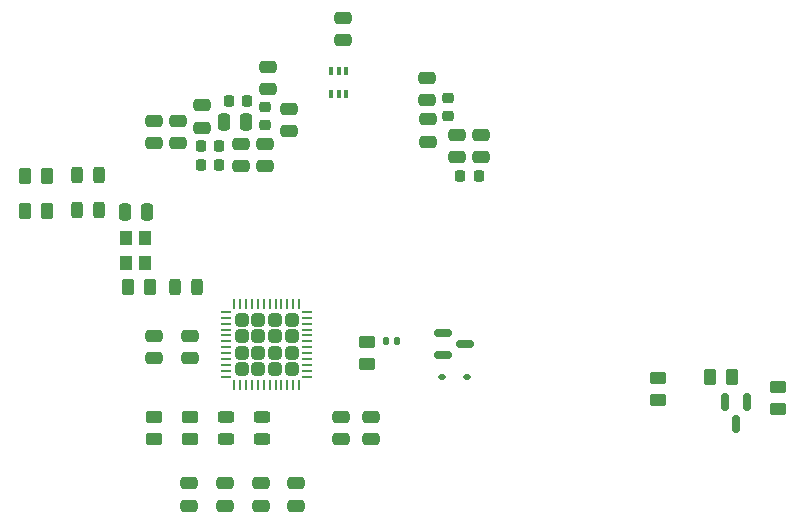
<source format=gbr>
%TF.GenerationSoftware,KiCad,Pcbnew,9.0.0*%
%TF.CreationDate,2025-10-06T21:58:36+02:00*%
%TF.ProjectId,stm32_radio,73746d33-325f-4726-9164-696f2e6b6963,rev?*%
%TF.SameCoordinates,Original*%
%TF.FileFunction,Paste,Top*%
%TF.FilePolarity,Positive*%
%FSLAX46Y46*%
G04 Gerber Fmt 4.6, Leading zero omitted, Abs format (unit mm)*
G04 Created by KiCad (PCBNEW 9.0.0) date 2025-10-06 21:58:36*
%MOMM*%
%LPD*%
G01*
G04 APERTURE LIST*
G04 Aperture macros list*
%AMRoundRect*
0 Rectangle with rounded corners*
0 $1 Rounding radius*
0 $2 $3 $4 $5 $6 $7 $8 $9 X,Y pos of 4 corners*
0 Add a 4 corners polygon primitive as box body*
4,1,4,$2,$3,$4,$5,$6,$7,$8,$9,$2,$3,0*
0 Add four circle primitives for the rounded corners*
1,1,$1+$1,$2,$3*
1,1,$1+$1,$4,$5*
1,1,$1+$1,$6,$7*
1,1,$1+$1,$8,$9*
0 Add four rect primitives between the rounded corners*
20,1,$1+$1,$2,$3,$4,$5,0*
20,1,$1+$1,$4,$5,$6,$7,0*
20,1,$1+$1,$6,$7,$8,$9,0*
20,1,$1+$1,$8,$9,$2,$3,0*%
G04 Aperture macros list end*
%ADD10RoundRect,0.250000X0.250000X0.475000X-0.250000X0.475000X-0.250000X-0.475000X0.250000X-0.475000X0*%
%ADD11RoundRect,0.150000X-0.150000X0.587500X-0.150000X-0.587500X0.150000X-0.587500X0.150000X0.587500X0*%
%ADD12RoundRect,0.250000X-0.262500X-0.450000X0.262500X-0.450000X0.262500X0.450000X-0.262500X0.450000X0*%
%ADD13RoundRect,0.250000X0.475000X-0.250000X0.475000X0.250000X-0.475000X0.250000X-0.475000X-0.250000X0*%
%ADD14RoundRect,0.250000X-0.475000X0.250000X-0.475000X-0.250000X0.475000X-0.250000X0.475000X0.250000X0*%
%ADD15RoundRect,0.250000X0.450000X-0.262500X0.450000X0.262500X-0.450000X0.262500X-0.450000X-0.262500X0*%
%ADD16RoundRect,0.250000X0.262500X0.450000X-0.262500X0.450000X-0.262500X-0.450000X0.262500X-0.450000X0*%
%ADD17RoundRect,0.243750X0.456250X-0.243750X0.456250X0.243750X-0.456250X0.243750X-0.456250X-0.243750X0*%
%ADD18RoundRect,0.243750X-0.243750X-0.456250X0.243750X-0.456250X0.243750X0.456250X-0.243750X0.456250X0*%
%ADD19RoundRect,0.112500X0.187500X0.112500X-0.187500X0.112500X-0.187500X-0.112500X0.187500X-0.112500X0*%
%ADD20RoundRect,0.250000X0.315000X-0.315000X0.315000X0.315000X-0.315000X0.315000X-0.315000X-0.315000X0*%
%ADD21RoundRect,0.062500X0.062500X-0.375000X0.062500X0.375000X-0.062500X0.375000X-0.062500X-0.375000X0*%
%ADD22RoundRect,0.062500X0.375000X-0.062500X0.375000X0.062500X-0.375000X0.062500X-0.375000X-0.062500X0*%
%ADD23RoundRect,0.250000X-0.250000X-0.475000X0.250000X-0.475000X0.250000X0.475000X-0.250000X0.475000X0*%
%ADD24RoundRect,0.218750X0.218750X0.256250X-0.218750X0.256250X-0.218750X-0.256250X0.218750X-0.256250X0*%
%ADD25RoundRect,0.140000X0.140000X0.170000X-0.140000X0.170000X-0.140000X-0.170000X0.140000X-0.170000X0*%
%ADD26R,1.100000X1.300000*%
%ADD27RoundRect,0.218750X0.256250X-0.218750X0.256250X0.218750X-0.256250X0.218750X-0.256250X-0.218750X0*%
%ADD28RoundRect,0.150000X-0.587500X-0.150000X0.587500X-0.150000X0.587500X0.150000X-0.587500X0.150000X0*%
%ADD29RoundRect,0.100000X0.100000X-0.225000X0.100000X0.225000X-0.100000X0.225000X-0.100000X-0.225000X0*%
%ADD30RoundRect,0.218750X-0.218750X-0.256250X0.218750X-0.256250X0.218750X0.256250X-0.218750X0.256250X0*%
G04 APERTURE END LIST*
D10*
%TO.C,C2*%
X128204000Y-72898000D03*
X126304000Y-72898000D03*
%TD*%
D11*
%TO.C,Q4*%
X179004000Y-88978500D03*
X177104000Y-88978500D03*
X178054000Y-90853500D03*
%TD*%
D12*
%TO.C,R12*%
X175871500Y-86868000D03*
X177696500Y-86868000D03*
%TD*%
D13*
%TO.C,C13*%
X138176000Y-69022000D03*
X138176000Y-67122000D03*
%TD*%
D14*
%TO.C,C24*%
X140208000Y-64140000D03*
X140208000Y-66040000D03*
%TD*%
D15*
%TO.C,R2*%
X128778000Y-92105500D03*
X128778000Y-90280500D03*
%TD*%
D13*
%TO.C,C15*%
X128778000Y-67072500D03*
X128778000Y-65172500D03*
%TD*%
%TO.C,C16*%
X136144000Y-69022000D03*
X136144000Y-67122000D03*
%TD*%
%TO.C,C14*%
X154432000Y-68260000D03*
X154432000Y-66360000D03*
%TD*%
D16*
%TO.C,R6*%
X119681000Y-69850000D03*
X117856000Y-69850000D03*
%TD*%
D17*
%TO.C,D3*%
X134874000Y-92114500D03*
X134874000Y-90239500D03*
%TD*%
D15*
%TO.C,R3*%
X131826000Y-92073500D03*
X131826000Y-90248500D03*
%TD*%
D18*
%TO.C,D4*%
X130556000Y-79248000D03*
X132431000Y-79248000D03*
%TD*%
D15*
%TO.C,R10*%
X171450000Y-88796500D03*
X171450000Y-86971500D03*
%TD*%
D14*
%TO.C,C17*%
X156464000Y-66360000D03*
X156464000Y-68260000D03*
%TD*%
D19*
%TO.C,D2*%
X155228000Y-86868000D03*
X153128000Y-86868000D03*
%TD*%
D20*
%TO.C,U1*%
X136199500Y-86190000D03*
X137599500Y-86190000D03*
X138999500Y-86190000D03*
X140399500Y-86190000D03*
X136199500Y-84790000D03*
X137599500Y-84790000D03*
X138999500Y-84790000D03*
X140399500Y-84790000D03*
X136199500Y-83390000D03*
X137599500Y-83390000D03*
X138999500Y-83390000D03*
X140399500Y-83390000D03*
X136199500Y-81990000D03*
X137599500Y-81990000D03*
X138999500Y-81990000D03*
X140399500Y-81990000D03*
D21*
X135549500Y-87527500D03*
X136049500Y-87527500D03*
X136549500Y-87527500D03*
X137049500Y-87527500D03*
X137549500Y-87527500D03*
X138049500Y-87527500D03*
X138549500Y-87527500D03*
X139049500Y-87527500D03*
X139549500Y-87527500D03*
X140049500Y-87527500D03*
X140549500Y-87527500D03*
X141049500Y-87527500D03*
D22*
X141737000Y-86840000D03*
X141737000Y-86340000D03*
X141737000Y-85840000D03*
X141737000Y-85340000D03*
X141737000Y-84840000D03*
X141737000Y-84340000D03*
X141737000Y-83840000D03*
X141737000Y-83340000D03*
X141737000Y-82840000D03*
X141737000Y-82340000D03*
X141737000Y-81840000D03*
X141737000Y-81340000D03*
D21*
X141049500Y-80652500D03*
X140549500Y-80652500D03*
X140049500Y-80652500D03*
X139549500Y-80652500D03*
X139049500Y-80652500D03*
X138549500Y-80652500D03*
X138049500Y-80652500D03*
X137549500Y-80652500D03*
X137049500Y-80652500D03*
X136549500Y-80652500D03*
X136049500Y-80652500D03*
X135549500Y-80652500D03*
D22*
X134862000Y-81340000D03*
X134862000Y-81840000D03*
X134862000Y-82340000D03*
X134862000Y-82840000D03*
X134862000Y-83340000D03*
X134862000Y-83840000D03*
X134862000Y-84340000D03*
X134862000Y-84840000D03*
X134862000Y-85340000D03*
X134862000Y-85840000D03*
X134862000Y-86340000D03*
X134862000Y-86840000D03*
%TD*%
D13*
%TO.C,C10*%
X140792000Y-97745500D03*
X140792000Y-95845500D03*
%TD*%
D23*
%TO.C,C21*%
X134686000Y-65278000D03*
X136586000Y-65278000D03*
%TD*%
D24*
%TO.C,L3*%
X134282500Y-67326500D03*
X132707500Y-67326500D03*
%TD*%
D13*
%TO.C,C8*%
X137782000Y-97745500D03*
X137782000Y-95845500D03*
%TD*%
%TO.C,C25*%
X138430000Y-62484000D03*
X138430000Y-60584000D03*
%TD*%
%TO.C,C19*%
X130810000Y-67072500D03*
X130810000Y-65172500D03*
%TD*%
%TO.C,C11*%
X128778000Y-85256500D03*
X128778000Y-83356500D03*
%TD*%
%TO.C,C22*%
X151927500Y-66954000D03*
X151927500Y-65054000D03*
%TD*%
%TO.C,C1*%
X144599500Y-92120000D03*
X144599500Y-90220000D03*
%TD*%
D24*
%TO.C,L2*%
X156235500Y-69850000D03*
X154660500Y-69850000D03*
%TD*%
D13*
%TO.C,C53*%
X144780000Y-58354000D03*
X144780000Y-56454000D03*
%TD*%
D24*
%TO.C,L6*%
X136652000Y-63500000D03*
X135077000Y-63500000D03*
%TD*%
D25*
%TO.C,C6*%
X149324000Y-83820000D03*
X148364000Y-83820000D03*
%TD*%
D13*
%TO.C,C9*%
X147109500Y-92120000D03*
X147109500Y-90220000D03*
%TD*%
D17*
%TO.C,D1*%
X137922000Y-92123500D03*
X137922000Y-90248500D03*
%TD*%
D18*
%TO.C,D5*%
X122241000Y-72755000D03*
X124116000Y-72755000D03*
%TD*%
D26*
%TO.C,X1*%
X126366000Y-75116000D03*
X126366000Y-77216000D03*
X128016000Y-77216000D03*
X128016000Y-75116000D03*
%TD*%
D13*
%TO.C,C7*%
X134772000Y-97745500D03*
X134772000Y-95845500D03*
%TD*%
D27*
%TO.C,L5*%
X153670000Y-64795500D03*
X153670000Y-63220500D03*
%TD*%
D13*
%TO.C,C18*%
X132842000Y-65736500D03*
X132842000Y-63836500D03*
%TD*%
D27*
%TO.C,L4*%
X138176000Y-65557500D03*
X138176000Y-63982500D03*
%TD*%
D16*
%TO.C,R4*%
X128420500Y-79248000D03*
X126595500Y-79248000D03*
%TD*%
D28*
%TO.C,Q2*%
X153240500Y-83124000D03*
X153240500Y-85024000D03*
X155115500Y-84074000D03*
%TD*%
D15*
%TO.C,R1*%
X146812000Y-85748500D03*
X146812000Y-83923500D03*
%TD*%
D13*
%TO.C,C5*%
X131762000Y-97745500D03*
X131762000Y-95845500D03*
%TD*%
D15*
%TO.C,R11*%
X181610000Y-89558500D03*
X181610000Y-87733500D03*
%TD*%
D18*
%TO.C,D6*%
X122241000Y-69715000D03*
X124116000Y-69715000D03*
%TD*%
D29*
%TO.C,U2*%
X143734000Y-62860000D03*
X144384000Y-62860000D03*
X145034000Y-62860000D03*
X145034000Y-60960000D03*
X144384000Y-60960000D03*
X143734000Y-60960000D03*
%TD*%
D14*
%TO.C,C23*%
X151892000Y-61534000D03*
X151892000Y-63434000D03*
%TD*%
D16*
%TO.C,R5*%
X119681000Y-72800000D03*
X117856000Y-72800000D03*
%TD*%
D30*
%TO.C,L1*%
X132707500Y-68916500D03*
X134282500Y-68916500D03*
%TD*%
D13*
%TO.C,C12*%
X131788000Y-85256500D03*
X131788000Y-83356500D03*
%TD*%
M02*

</source>
